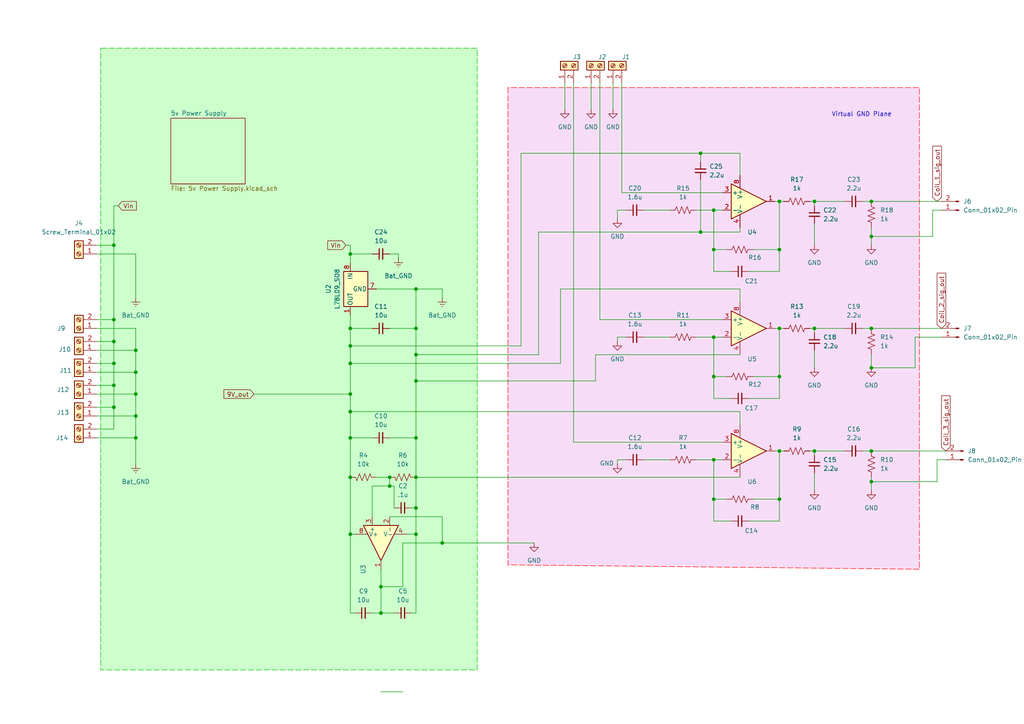
<source format=kicad_sch>
(kicad_sch (version 20250114) (generator "eeschema") (generator_version "9.0")
  (paper "A4")
  (lib_symbols
    (symbol "Connector:Conn_01x02_Pin" (pin_names (offset 1.016) (hide yes))
      (property "Reference" "J" (at 0 2.54 0))
      (property "Value" "Conn_01x02_Pin" (at 0 -5.08 0))
      (symbol "Conn_01x02_Pin_1_1"
        (rectangle (start 0.8636 0.127) (end 0 -0.127) (stroke (width 0.1524)) (fill (type outline)))
        (rectangle (start 0.8636 -2.413) (end 0 -2.667) (stroke (width 0.1524)) (fill (type outline)))
        (polyline (pts (xy 1.27 0) (xy 0.8636 0)) (stroke (width 0.1524)))
        (polyline (pts (xy 1.27 -2.54) (xy 0.8636 -2.54)) (stroke (width 0.1524)))
        (pin passive line (at 5.08 0 180) (length 3.81) (name "Pin_1") (number "1"))
        (pin passive line (at 5.08 -2.54 180) (length 3.81) (name "Pin_2") (number "2"))
      )
    )
    (symbol "Connector:Screw_Terminal_01x02" (pin_names (offset 1.016) (hide yes))
      (property "Reference" "J" (at 0 2.54 0))
      (property "Value" "Screw_Terminal_01x02" (at 0 -5.08 0))
      (symbol "Screw_Terminal_01x02_1_1"
        (rectangle (start -1.27 1.27) (end 1.27 -3.81) (stroke (width 0.254)) (fill (type background)))
        (polyline (pts (xy -0.5334 0.3302) (xy 0.3302 -0.508)) (stroke (width 0.1524)))
        (polyline (pts (xy -0.5334 -2.2098) (xy 0.3302 -3.048)) (stroke (width 0.1524)))
        (polyline (pts (xy -0.3556 0.508) (xy 0.508 -0.3302)) (stroke (width 0.1524)))
        (polyline (pts (xy -0.3556 -2.032) (xy 0.508 -2.8702)) (stroke (width 0.1524)))
        (circle (center 0 0) (radius 0.635) (stroke (width 0.1524)))
        (circle (center 0 -2.54) (radius 0.635) (stroke (width 0.1524)))
        (pin passive line (at -5.08 0 0) (length 3.81) (name "Pin_1") (number "1"))
        (pin passive line (at -5.08 -2.54 0) (length 3.81) (name "Pin_2") (number "2"))
      )
    )
    (symbol "Device:C_Small" (pin_numbers (hide yes)) (pin_names (offset 0.254) (hide yes))
      (property "Reference" "C" (at 0.254 1.778 0))
      (property "Value" "C_Small" (at 0.254 -2.032 0))
      (symbol "C_Small_0_1"
        (polyline (pts (xy -1.524 0.508) (xy 1.524 0.508)) (stroke (width 0.3048)))
        (polyline (pts (xy -1.524 -0.508) (xy 1.524 -0.508)) (stroke (width 0.3302)))
      )
      (symbol "C_Small_1_1"
        (pin passive line (at 0 2.54 270) (length 2.032) (name "~") (number "1"))
        (pin passive line (at 0 -2.54 90) (length 2.032) (name "~") (number "2"))
      )
    )
    (symbol "Device:R_US" (pin_numbers (hide yes)) (pin_names (offset 0))
      (property "Reference" "R" (at 2.54 0 90))
      (property "Value" "R_US" (at -2.54 0 90))
      (symbol "R_US_0_1"
        (polyline (pts (xy 0 2.286) (xy 0 2.54)))
        (polyline (pts (xy 0 2.286) (xy 1.016 1.905) (xy 0 1.524) (xy -1.016 1.143) (xy 0 0.762)))
        (polyline (pts (xy 0 0.762) (xy 1.016 0.381) (xy 0 0) (xy -1.016 -0.381) (xy 0 -0.762)))
        (polyline (pts (xy 0 -0.762) (xy 1.016 -1.143) (xy 0 -1.524) (xy -1.016 -1.905) (xy 0 -2.286)))
        (polyline (pts (xy 0 -2.286) (xy 0 -2.54)))
      )
      (symbol "R_US_1_1"
        (pin passive line (at 0 3.81 270) (length 1.27) (name "~") (number "1"))
        (pin passive line (at 0 -3.81 90) (length 1.27) (name "~") (number "2"))
      )
    )
    (symbol "OPAMP_1" (pin_names (offset 0.254))
      (property "Reference" "U3" (at 7.62 5.1502 0))
      (property "Value" "${SIM.PARAMS}" (at 7.62 3.2451 0))
      (symbol "OPAMP_1_0_1"
        (polyline (pts (xy 5.08 0) (xy -5.08 5.08) (xy -5.08 -5.08) (xy 5.08 0)) (stroke (width 0.254)) (fill (type background)))
      )
      (symbol "OPAMP_1_1_1"
        (pin input line (at -7.62 2.54 0) (length 2.54) (name "+") (number "3"))
        (pin input line (at -7.62 -2.54 0) (length 2.54) (name "-") (number "2"))
        (pin power_in line (at -2.54 7.62 270) (length 3.81) (name "V+") (number "8"))
        (pin power_in line (at -2.54 -7.62 90) (length 3.81) (name "V-") (number "4"))
        (pin output line (at 7.62 0 180) (length 2.54) (name "~") (number "1"))
      )
    )
    (symbol "Regulator_Linear:L78L09_SO8" (pin_names (offset 0.254))
      (property "Reference" "U" (at -3.81 3.175 0))
      (property "Value" "L78L09_SO8" (at 0 3.175 0))
      (symbol "L78L09_SO8_0_1"
        (rectangle (start -5.08 1.905) (end 5.08 -5.08) (stroke (width 0.254)) (fill (type background)))
      )
      (symbol "L78L09_SO8_1_1"
        (pin power_in line (at -7.62 0 0) (length 2.54) (name "IN") (number "8"))
        (pin no_connect line (at -5.08 -2.54 0) (length 2.54) (hide yes) (name "NC") (number "4"))
        (pin passive line (at 0 -7.62 90) (length 2.54) (hide yes) (name "GND") (number "2"))
        (pin passive line (at 0 -7.62 90) (length 2.54) (hide yes) (name "GND") (number "3"))
        (pin passive line (at 0 -7.62 90) (length 2.54) (hide yes) (name "GND") (number "6"))
        (pin power_in line (at 0 -7.62 90) (length 2.54) (name "GND") (number "7"))
        (pin no_connect line (at 5.08 -2.54 180) (length 2.54) (hide yes) (name "NC") (number "5"))
        (pin power_out line (at 7.62 0 180) (length 2.54) (name "OUT") (number "1"))
      )
    )
    (symbol "power:GND" (power) (pin_numbers (hide yes)) (pin_names (offset 0) (hide yes))
      (property "Value" "GND" (at 0 -3.81 0))
      (symbol "GND_0_1"
        (polyline (pts (xy 0 0) (xy 0 -1.27) (xy 1.27 -1.27) (xy 0 -2.54) (xy -1.27 -1.27) (xy 0 -1.27)))
      )
      (symbol "GND_1_1"
        (pin power_in line (at 0 0 270) (length 0) (name "~") (number "1"))
      )
    )
    (symbol "power:GNDREF" (power) (pin_numbers (hide yes)) (pin_names (offset 0) (hide yes))
      (property "Value" "GNDREF" (at 0 -3.81 0))
      (symbol "GNDREF_0_1"
        (polyline (pts (xy -0.635 -1.905) (xy 0.635 -1.905)))
        (polyline (pts (xy -0.127 -2.54) (xy 0.127 -2.54)))
        (polyline (pts (xy 0 -1.27) (xy 0 0)))
        (polyline (pts (xy 1.27 -1.27) (xy -1.27 -1.27)))
      )
      (symbol "GNDREF_1_1"
        (pin power_in line (at 0 0 270) (length 0) (name "~") (number "1"))
      )
    )
  )
  (text "Virtual GND Plane" (at 249.936 33.274 0) (effects (font (size 1.27 1.27))))
  (junction (at 101.6 138.43))
  (junction (at 120.65 95.25))
  (junction (at 33.02 99.06))
  (junction (at 120.65 110.49))
  (junction (at 39.37 107.95))
  (junction (at 207.01 60.96))
  (junction (at 226.06 144.78))
  (junction (at 33.02 92.71))
  (junction (at 101.6 105.41))
  (junction (at 252.73 130.81))
  (junction (at 113.03 138.43))
  (junction (at 236.22 130.81))
  (junction (at 101.6 100.33))
  (junction (at 120.65 147.32))
  (junction (at 252.73 68.58))
  (junction (at 120.65 154.94))
  (junction (at 39.37 114.3))
  (junction (at 110.49 170.18))
  (junction (at 113.03 140.97))
  (junction (at 207.01 144.78))
  (junction (at 101.6 119.38))
  (junction (at 207.01 133.35))
  (junction (at 252.73 106.68))
  (junction (at 128.27 157.48))
  (junction (at 252.73 58.42))
  (junction (at 203.2 67.31))
  (junction (at 207.01 72.39))
  (junction (at 120.65 83.82))
  (junction (at 101.6 127))
  (junction (at 101.6 73.66))
  (junction (at 203.2 44.45))
  (junction (at 207.01 97.79))
  (junction (at 226.06 58.42))
  (junction (at 39.37 127))
  (junction (at 207.01 109.22))
  (junction (at 33.02 71.12))
  (junction (at 252.73 139.7))
  (junction (at 226.06 95.25))
  (junction (at 110.49 177.8))
  (junction (at 33.02 111.76))
  (junction (at 236.22 58.42))
  (junction (at 101.6 114.3))
  (junction (at 33.02 105.41))
  (junction (at 101.6 154.94))
  (junction (at 33.02 118.11))
  (junction (at 120.65 102.87))
  (junction (at 101.6 95.25))
  (junction (at 252.73 95.25))
  (junction (at 226.06 72.39))
  (junction (at 226.06 130.81))
  (junction (at 120.65 138.43))
  (junction (at 39.37 120.65))
  (junction (at 39.37 101.6))
  (junction (at 236.22 95.25))
  (junction (at 120.65 127))
  (junction (at 226.06 109.22))
  (wire (pts (xy 186.69 133.35) (xy 194.31 133.35)))
  (wire (pts (xy 207.01 78.74) (xy 212.09 78.74)))
  (wire (pts (xy 120.65 127) (xy 120.65 138.43)))
  (wire (pts (xy 252.73 138.43) (xy 252.73 139.7)))
  (wire (pts (xy 252.73 139.7) (xy 252.73 142.24)))
  (wire (pts (xy 27.94 105.41) (xy 33.02 105.41)))
  (wire (pts (xy 120.65 110.49) (xy 120.65 127)))
  (wire (pts (xy 218.44 144.78) (xy 226.06 144.78)))
  (wire (pts (xy 186.69 60.96) (xy 194.31 60.96)))
  (wire (pts (xy 151.13 44.45) (xy 151.13 100.33)))
  (wire (pts (xy 101.6 95.25) (xy 107.95 95.25)))
  (wire (pts (xy 27.94 99.06) (xy 33.02 99.06)))
  (wire (pts (xy 39.37 95.25) (xy 39.37 101.6)))
  (wire (pts (xy 250.19 130.81) (xy 252.73 130.81)))
  (wire (pts (xy 173.99 24.13) (xy 173.99 92.71)))
  (wire (pts (xy 207.01 72.39) (xy 210.82 72.39)))
  (wire (pts (xy 116.84 157.48) (xy 128.27 157.48)))
  (wire (pts (xy 236.22 58.42) (xy 245.11 58.42)))
  (wire (pts (xy 203.2 67.31) (xy 156.21 67.31)))
  (wire (pts (xy 107.95 177.8) (xy 110.49 177.8)))
  (wire (pts (xy 172.72 110.49) (xy 120.65 110.49)))
  (wire (pts (xy 203.2 44.45) (xy 203.2 46.99)))
  (wire (pts (xy 101.6 127) (xy 107.95 127)))
  (wire (pts (xy 207.01 97.79) (xy 207.01 109.22)))
  (wire (pts (xy 271.78 133.35) (xy 274.32 133.35)))
  (wire (pts (xy 214.63 67.31) (xy 203.2 67.31)))
  (wire (pts (xy 100.33 71.12) (xy 101.6 71.12)))
  (wire (pts (xy 39.37 107.95) (xy 39.37 114.3)))
  (wire (pts (xy 177.8 24.13) (xy 177.8 31.75)))
  (wire (pts (xy 236.22 130.81) (xy 245.11 130.81)))
  (wire (pts (xy 214.63 83.82) (xy 162.56 83.82)))
  (wire (pts (xy 224.79 58.42) (xy 226.06 58.42)))
  (wire (pts (xy 27.94 124.46) (xy 33.02 124.46)))
  (wire (pts (xy 252.73 130.81) (xy 274.32 130.81)))
  (wire (pts (xy 120.65 138.43) (xy 214.63 138.43)))
  (wire (pts (xy 113.03 127) (xy 120.65 127)))
  (wire (pts (xy 120.65 138.43) (xy 120.65 147.32)))
  (wire (pts (xy 234.95 95.25) (xy 236.22 95.25)))
  (wire (pts (xy 109.22 83.82) (xy 120.65 83.82)))
  (wire (pts (xy 120.65 154.94) (xy 118.11 154.94)))
  (wire (pts (xy 226.06 72.39) (xy 226.06 78.74)))
  (wire (pts (xy 101.6 100.33) (xy 151.13 100.33)))
  (wire (pts (xy 39.37 120.65) (xy 39.37 127)))
  (wire (pts (xy 156.21 67.31) (xy 156.21 102.87)))
  (wire (pts (xy 252.73 68.58) (xy 270.51 68.58)))
  (wire (pts (xy 201.93 60.96) (xy 207.01 60.96)))
  (wire (pts (xy 39.37 73.66) (xy 39.37 86.36)))
  (wire (pts (xy 226.06 109.22) (xy 226.06 115.57)))
  (wire (pts (xy 27.94 120.65) (xy 39.37 120.65)))
  (wire (pts (xy 113.03 140.97) (xy 114.3 140.97)))
  (wire (pts (xy 120.65 154.94) (xy 120.65 177.8)))
  (wire (pts (xy 209.55 55.88) (xy 180.34 55.88)))
  (wire (pts (xy 27.94 111.76) (xy 33.02 111.76)))
  (wire (pts (xy 101.6 127) (xy 101.6 138.43)))
  (wire (pts (xy 186.69 97.79) (xy 194.31 97.79)))
  (wire (pts (xy 179.07 133.35) (xy 179.07 134.62)))
  (wire (pts (xy 181.61 133.35) (xy 179.07 133.35)))
  (wire (pts (xy 214.63 44.45) (xy 203.2 44.45)))
  (wire (pts (xy 102.87 177.8) (xy 101.6 177.8)))
  (wire (pts (xy 107.95 73.66) (xy 101.6 73.66)))
  (wire (pts (xy 120.65 147.32) (xy 120.65 154.94)))
  (wire (pts (xy 113.03 140.97) (xy 113.03 138.43)))
  (wire (pts (xy 33.02 59.69) (xy 33.02 71.12)))
  (wire (pts (xy 207.01 133.35) (xy 209.55 133.35)))
  (wire (pts (xy 214.63 50.8) (xy 214.63 44.45)))
  (wire (pts (xy 236.22 64.77) (xy 236.22 71.12)))
  (wire (pts (xy 234.95 130.81) (xy 236.22 130.81)))
  (wire (pts (xy 33.02 124.46) (xy 33.02 118.11)))
  (wire (pts (xy 101.6 119.38) (xy 214.63 119.38)))
  (wire (pts (xy 120.65 83.82) (xy 120.65 95.25)))
  (wire (pts (xy 110.49 165.1) (xy 110.49 170.18)))
  (wire (pts (xy 271.78 139.7) (xy 271.78 133.35)))
  (wire (pts (xy 252.73 66.04) (xy 252.73 68.58)))
  (wire (pts (xy 201.93 133.35) (xy 207.01 133.35)))
  (wire (pts (xy 110.49 200.66) (xy 116.84 200.66)))
  (wire (pts (xy 214.63 123.19) (xy 214.63 119.38)))
  (wire (pts (xy 179.07 97.79) (xy 179.07 99.06)))
  (wire (pts (xy 27.94 73.66) (xy 39.37 73.66)))
  (wire (pts (xy 27.94 71.12) (xy 33.02 71.12)))
  (wire (pts (xy 33.02 71.12) (xy 33.02 92.71)))
  (wire (pts (xy 113.03 73.66) (xy 115.57 73.66)))
  (wire (pts (xy 226.06 144.78) (xy 226.06 151.13)))
  (wire (pts (xy 101.6 91.44) (xy 101.6 95.25)))
  (wire (pts (xy 270.51 60.96) (xy 273.05 60.96)))
  (wire (pts (xy 120.65 102.87) (xy 120.65 110.49)))
  (wire (pts (xy 252.73 58.42) (xy 273.05 58.42)))
  (wire (pts (xy 101.6 154.94) (xy 101.6 177.8)))
  (wire (pts (xy 33.02 92.71) (xy 33.02 99.06)))
  (wire (pts (xy 217.17 115.57) (xy 226.06 115.57)))
  (wire (pts (xy 224.79 130.81) (xy 226.06 130.81)))
  (wire (pts (xy 234.95 58.42) (xy 236.22 58.42)))
  (wire (pts (xy 207.01 144.78) (xy 207.01 151.13)))
  (wire (pts (xy 116.84 170.18) (xy 116.84 157.48)))
  (wire (pts (xy 226.06 58.42) (xy 226.06 72.39)))
  (wire (pts (xy 120.65 83.82) (xy 128.27 83.82)))
  (wire (pts (xy 207.01 151.13) (xy 212.09 151.13)))
  (wire (pts (xy 119.38 147.32) (xy 120.65 147.32)))
  (wire (pts (xy 203.2 44.45) (xy 151.13 44.45)))
  (wire (pts (xy 107.95 140.97) (xy 113.03 140.97)))
  (wire (pts (xy 27.94 92.71) (xy 33.02 92.71)))
  (wire (pts (xy 110.49 177.8) (xy 114.3 177.8)))
  (wire (pts (xy 217.17 78.74) (xy 226.06 78.74)))
  (wire (pts (xy 162.56 83.82) (xy 162.56 105.41)))
  (wire (pts (xy 207.01 115.57) (xy 212.09 115.57)))
  (wire (pts (xy 166.37 128.27) (xy 209.55 128.27)))
  (wire (pts (xy 109.22 138.43) (xy 113.03 138.43)))
  (wire (pts (xy 207.01 72.39) (xy 207.01 78.74)))
  (wire (pts (xy 101.6 119.38) (xy 101.6 127)))
  (wire (pts (xy 110.49 170.18) (xy 110.49 177.8)))
  (wire (pts (xy 265.43 97.79) (xy 265.43 106.68)))
  (wire (pts (xy 252.73 102.87) (xy 252.73 106.68)))
  (wire (pts (xy 252.73 139.7) (xy 271.78 139.7)))
  (wire (pts (xy 101.6 105.41) (xy 101.6 114.3)))
  (wire (pts (xy 171.45 24.13) (xy 171.45 31.75)))
  (wire (pts (xy 39.37 127) (xy 39.37 134.62)))
  (wire (pts (xy 39.37 114.3) (xy 39.37 120.65)))
  (wire (pts (xy 113.03 95.25) (xy 120.65 95.25)))
  (wire (pts (xy 207.01 97.79) (xy 209.55 97.79)))
  (wire (pts (xy 207.01 144.78) (xy 210.82 144.78)))
  (wire (pts (xy 115.57 73.66) (xy 115.57 74.93)))
  (wire (pts (xy 27.94 107.95) (xy 39.37 107.95)))
  (wire (pts (xy 128.27 149.86) (xy 128.27 157.48)))
  (wire (pts (xy 207.01 60.96) (xy 207.01 72.39)))
  (wire (pts (xy 27.94 118.11) (xy 33.02 118.11)))
  (wire (pts (xy 226.06 130.81) (xy 227.33 130.81)))
  (wire (pts (xy 226.06 95.25) (xy 226.06 109.22)))
  (wire (pts (xy 207.01 133.35) (xy 207.01 144.78)))
  (wire (pts (xy 217.17 151.13) (xy 226.06 151.13)))
  (wire (pts (xy 107.95 140.97) (xy 107.95 149.86)))
  (wire (pts (xy 179.07 60.96) (xy 179.07 63.5)))
  (wire (pts (xy 110.49 170.18) (xy 116.84 170.18)))
  (wire (pts (xy 120.65 95.25) (xy 120.65 102.87)))
  (wire (pts (xy 207.01 109.22) (xy 207.01 115.57)))
  (wire (pts (xy 33.02 111.76) (xy 33.02 118.11)))
  (wire (pts (xy 236.22 130.81) (xy 236.22 132.08)))
  (wire (pts (xy 226.06 58.42) (xy 227.33 58.42)))
  (wire (pts (xy 218.44 109.22) (xy 226.06 109.22)))
  (wire (pts (xy 226.06 95.25) (xy 227.33 95.25)))
  (wire (pts (xy 214.63 87.63) (xy 214.63 83.82)))
  (wire (pts (xy 113.03 149.86) (xy 128.27 149.86)))
  (wire (pts (xy 252.73 68.58) (xy 252.73 71.12)))
  (wire (pts (xy 201.93 97.79) (xy 207.01 97.79)))
  (wire (pts (xy 128.27 86.36) (xy 128.27 83.82)))
  (wire (pts (xy 250.19 58.42) (xy 252.73 58.42)))
  (wire (pts (xy 181.61 60.96) (xy 179.07 60.96)))
  (wire (pts (xy 265.43 106.68) (xy 252.73 106.68)))
  (wire (pts (xy 33.02 105.41) (xy 33.02 111.76)))
  (wire (pts (xy 33.02 99.06) (xy 33.02 105.41)))
  (wire (pts (xy 39.37 101.6) (xy 39.37 107.95)))
  (wire (pts (xy 207.01 60.96) (xy 209.55 60.96)))
  (wire (pts (xy 173.99 92.71) (xy 209.55 92.71)))
  (wire (pts (xy 166.37 24.13) (xy 166.37 128.27)))
  (wire (pts (xy 27.94 127) (xy 39.37 127)))
  (wire (pts (xy 250.19 95.25) (xy 252.73 95.25)))
  (wire (pts (xy 101.6 95.25) (xy 101.6 100.33)))
  (wire (pts (xy 252.73 95.25) (xy 273.05 95.25)))
  (wire (pts (xy 236.22 137.16) (xy 236.22 142.24)))
  (wire (pts (xy 236.22 95.25) (xy 236.22 96.52)))
  (wire (pts (xy 27.94 95.25) (xy 39.37 95.25)))
  (wire (pts (xy 224.79 95.25) (xy 226.06 95.25)))
  (wire (pts (xy 163.83 24.13) (xy 163.83 31.75)))
  (wire (pts (xy 101.6 71.12) (xy 101.6 73.66)))
  (wire (pts (xy 101.6 138.43) (xy 101.6 154.94)))
  (wire (pts (xy 128.27 157.48) (xy 154.94 157.48)))
  (wire (pts (xy 236.22 58.42) (xy 236.22 59.69)))
  (wire (pts (xy 73.66 114.3) (xy 101.6 114.3)))
  (wire (pts (xy 207.01 109.22) (xy 210.82 109.22)))
  (wire (pts (xy 172.72 102.87) (xy 172.72 110.49)))
  (wire (pts (xy 180.34 24.13) (xy 180.34 55.88)))
  (wire (pts (xy 27.94 114.3) (xy 39.37 114.3)))
  (wire (pts (xy 214.63 102.87) (xy 172.72 102.87)))
  (wire (pts (xy 119.38 177.8) (xy 120.65 177.8)))
  (wire (pts (xy 27.94 101.6) (xy 39.37 101.6)))
  (wire (pts (xy 156.21 102.87) (xy 120.65 102.87)))
  (wire (pts (xy 181.61 97.79) (xy 179.07 97.79)))
  (wire (pts (xy 203.2 52.07) (xy 203.2 67.31)))
  (wire (pts (xy 101.6 114.3) (xy 101.6 119.38)))
  (wire (pts (xy 214.63 66.04) (xy 214.63 67.31)))
  (wire (pts (xy 270.51 68.58) (xy 270.51 60.96)))
  (wire (pts (xy 226.06 130.81) (xy 226.06 144.78)))
  (wire (pts (xy 236.22 95.25) (xy 245.11 95.25)))
  (wire (pts (xy 34.29 59.69) (xy 33.02 59.69)))
  (wire (pts (xy 101.6 73.66) (xy 101.6 76.2)))
  (wire (pts (xy 102.87 154.94) (xy 101.6 154.94)))
  (wire (pts (xy 218.44 72.39) (xy 226.06 72.39)))
  (wire (pts (xy 114.3 140.97) (xy 114.3 147.32)))
  (wire (pts (xy 101.6 105.41) (xy 162.56 105.41)))
  (wire (pts (xy 236.22 101.6) (xy 236.22 106.68)))
  (wire (pts (xy 273.05 97.79) (xy 265.43 97.79)))
  (wire (pts (xy 101.6 100.33) (xy 101.6 105.41)))
  (global_label "Coil_3_sig_out" (shape input) (at 274.32 130.81 90) (property "Intersheetrefs" "${INTERSHEET_REFS}" (effects (hide yes))))
  (global_label "Coil_2_sig_out" (shape input) (at 273.05 95.25 90) (property "Intersheetrefs" "${INTERSHEET_REFS}" (effects (hide yes))))
  (global_label "Coil_1_sig_out" (shape input) (at 271.78 58.42 90) (property "Intersheetrefs" "${INTERSHEET_REFS}" (effects (hide yes))))
  (global_label "Vin" (shape input) (at 100.33 71.12 180) (property "Intersheetrefs" "${INTERSHEET_REFS}" (effects (hide yes))))
  (global_label "Vin" (shape input) (at 34.29 59.69 0) (property "Intersheetrefs" "${INTERSHEET_REFS}" (effects (hide yes))))
  (global_label "9V_out" (shape input) (at 73.66 114.3 180) (property "Intersheetrefs" "${INTERSHEET_REFS}" (effects (hide yes))))
  (rule_area (polyline (pts (xy 147.32 25.4) (xy 147.32 163.83) (xy 266.7 165.1) (xy 266.7 25.4) (xy 266.7 25.4)) (stroke (width 0) (type dash)) (fill (type color) (color 194 0 194 0.14))))
  (rule_area (polyline (pts (xy 29.21 13.97) (xy 138.43 13.97) (xy 138.43 194.31) (xy 29.21 194.31) (xy 29.21 190.5)) (stroke (width 0) (type dash) (color 0 194 0 1)) (fill (type color) (color 0 255 0 0.2))))
  (symbol (lib_id "Device:R_US") (at 231.14 58.42 90) (unit 1)
    (property "Reference" "R17" (at 231.14 52.07 90))
    (property "Value" "1k" (at 231.14 54.61 90))
    (property "Footprint" "Resistor_SMD:R_0805_2012Metric_Pad1.20x1.40mm_HandSolder" (effects (hide yes)))
    (property "Description" "Resistor, US symbol" (effects (hide yes)))
  )
  (symbol (lib_id "Device:C_Small") (at 236.22 134.62 0) (unit 1)
    (property "Reference" "C15" (at 238.76 133.3562 0) (effects (justify left)))
    (property "Value" "2.2u" (at 238.76 135.8962 0) (effects (justify left)))
    (property "Footprint" "Capacitor_SMD:C_0805_2012Metric_Pad1.18x1.45mm_HandSolder" (effects (hide yes)))
    (property "Description" "Unpolarized capacitor, small symbol" (effects (hide yes)))
  )
  (symbol (lib_id "power:GND") (at 252.73 142.24 0) (unit 1)
    (property "Reference" "#PWR011" (effects (hide yes)))
    (property "Value" "GND" (at 252.73 147.32 0))
    (property "Description" "Power symbol creates a global label with name \"GND\" , ground" (effects (hide yes)))
  )
  (symbol (lib_id "Device:C_Small") (at 247.65 130.81 90) (unit 1)
    (property "Reference" "C16" (at 247.6563 124.46 90))
    (property "Value" "2.2u" (at 247.6563 127 90))
    (property "Footprint" "Capacitor_SMD:C_0805_2012Metric_Pad1.18x1.45mm_HandSolder" (effects (hide yes)))
    (property "Description" "Unpolarized capacitor, small symbol" (effects (hide yes)))
  )
  (symbol (lib_id "Connector:Screw_Terminal_01x02") (at 22.86 107.95 180) (unit 1)
    (property "Reference" "J11" (at 19.05 107.442 0))
    (property "Value" "Screw_Terminal_01x02" (effects (hide yes)))
    (property "Footprint" "Connector_PinHeader_2.00mm:2_Pin_Screw_Term" (effects (hide yes)))
    (property "Description" "Generic screw terminal, single row, 01x02, script generated (kicad-library-utils/schlib/autogen/connector/)" (effects (hide yes)))
  )
  (symbol (lib_id "power:GND") (at 179.07 63.5 0) (unit 1)
    (property "Reference" "#PWR05" (effects (hide yes)))
    (property "Value" "GND" (at 179.07 68.58 0))
    (property "Description" "Power symbol creates a global label with name \"GND\" , ground" (effects (hide yes)))
  )
  (symbol (lib_id "Connector:Screw_Terminal_01x02") (at 177.8 19.05 90) (unit 1)
    (property "Reference" "J1" (at 180.34 16.51 90) (effects (justify right)))
    (property "Value" "Screw_Terminal_01x02" (effects (hide yes)))
    (property "Footprint" "Connector_PinHeader_2.00mm:2_Pin_Screw_Term" (effects (hide yes)))
    (property "Description" "Generic screw terminal, single row, 01x02, script generated (kicad-library-utils/schlib/autogen/connector/)" (effects (hide yes)))
  )
  (symbol (lib_id "power:GND") (at 236.22 106.68 0) (unit 1)
    (property "Reference" "#PWR08" (effects (hide yes)))
    (property "Value" "GND" (at 236.22 111.76 0))
    (property "Description" "Power symbol creates a global label with name \"GND\" , ground" (effects (hide yes)))
  )
  (symbol (lib_id "Device:R_US") (at 252.73 99.06 180) (unit 1)
    (property "Reference" "R14" (at 255.27 97.7899 0) (effects (justify right)))
    (property "Value" "1k" (at 255.27 100.3299 0) (effects (justify right)))
    (property "Footprint" "Resistor_SMD:R_0805_2012Metric_Pad1.20x1.40mm_HandSolder" (effects (hide yes)))
    (property "Description" "Resistor, US symbol" (effects (hide yes)))
  )
  (symbol (lib_name "OPAMP_1") (lib_id "Simulation_SPICE:OPAMP") (at 217.17 58.42 0) (unit 1)
    (property "Reference" "U4" (at 216.7733 67.31 0) (effects (justify left)))
    (property "Value" "${SIM.PARAMS}" (at 216.7733 64.77 0) (effects (justify left)))
    (property "Footprint" "Package_SO:TL072ACP" (effects (hide yes)))
    (property "Datasheet" "https://ngspice.sourceforge.io/docs/ngspice-html-manual/manual.xhtml#sec__SUBCKT_Subcircuits" (effects (hide yes)))
    (property "Description" "Operational amplifier, single" (effects (hide yes)))
    (property "Sim.Pins" "1=in+ 2=in- 3=vcc 4=vee 5=out" (effects (hide yes)))
    (property "Sim.Device" "SUBCKT" (effects (hide yes)))
    (property "Sim.Library" "${KICAD8_SYMBOL_DIR}/Simulation_SPICE.sp" (effects (hide yes)))
    (property "Sim.Name" "kicad_builtin_opamp" (effects (hide yes)))
  )
  (symbol (lib_name "OPAMP_1") (lib_id "Simulation_SPICE:OPAMP") (at 217.17 95.25 0) (unit 1)
    (property "Reference" "U5" (at 216.7733 104.14 0) (effects (justify left)))
    (property "Value" "${SIM.PARAMS}" (at 216.7733 101.6 0) (effects (justify left)))
    (property "Footprint" "Package_SO:TL072ACP" (effects (hide yes)))
    (property "Datasheet" "https://ngspice.sourceforge.io/docs/ngspice-html-manual/manual.xhtml#sec__SUBCKT_Subcircuits" (effects (hide yes)))
    (property "Description" "Operational amplifier, single" (effects (hide yes)))
    (property "Sim.Pins" "1=in+ 2=in- 3=vcc 4=vee 5=out" (effects (hide yes)))
    (property "Sim.Device" "SUBCKT" (effects (hide yes)))
    (property "Sim.Library" "${KICAD8_SYMBOL_DIR}/Simulation_SPICE.sp" (effects (hide yes)))
    (property "Sim.Name" "kicad_builtin_opamp" (effects (hide yes)))
  )
  (symbol (lib_id "Device:R_US") (at 198.12 60.96 90) (unit 1)
    (property "Reference" "R15" (at 198.12 54.61 90))
    (property "Value" "1k" (at 198.12 57.15 90))
    (property "Footprint" "Resistor_SMD:R_0805_2012Metric_Pad1.20x1.40mm_HandSolder" (effects (hide yes)))
    (property "Description" "Resistor, US symbol" (effects (hide yes)))
  )
  (symbol (lib_name "OPAMP_1") (lib_id "Simulation_SPICE:OPAMP") (at 217.17 130.81 0) (unit 1)
    (property "Reference" "U6" (at 216.7733 139.7 0) (effects (justify left)))
    (property "Value" "${SIM.PARAMS}" (at 216.7733 137.16 0) (effects (justify left)))
    (property "Footprint" "Package_SO:TL072ACP" (effects (hide yes)))
    (property "Datasheet" "https://ngspice.sourceforge.io/docs/ngspice-html-manual/manual.xhtml#sec__SUBCKT_Subcircuits" (effects (hide yes)))
    (property "Description" "Operational amplifier, single" (effects (hide yes)))
    (property "Sim.Pins" "1=in+ 2=in- 3=vcc 4=vee 5=out" (effects (hide yes)))
    (property "Sim.Device" "SUBCKT" (effects (hide yes)))
    (property "Sim.Library" "${KICAD8_SYMBOL_DIR}/Simulation_SPICE.sp" (effects (hide yes)))
    (property "Sim.Name" "kicad_builtin_opamp" (effects (hide yes)))
  )
  (symbol (lib_id "Connector:Screw_Terminal_01x02") (at 22.86 95.25 180) (unit 1)
    (property "Reference" "J9" (at 17.78 95.25 0))
    (property "Value" "Screw_Terminal_01x02" (effects (hide yes)))
    (property "Footprint" "Connector_PinHeader_2.00mm:2_Pin_Screw_Term" (effects (hide yes)))
    (property "Description" "Generic screw terminal, single row, 01x02, script generated (kicad-library-utils/schlib/autogen/connector/)" (effects (hide yes)))
  )
  (symbol (lib_id "Device:R_US") (at 252.73 134.62 180) (unit 1)
    (property "Reference" "R10" (at 255.27 133.3499 0) (effects (justify right)))
    (property "Value" "1k" (at 255.27 135.8899 0) (effects (justify right)))
    (property "Footprint" "Resistor_SMD:R_0805_2012Metric_Pad1.20x1.40mm_HandSolder" (effects (hide yes)))
    (property "Description" "Resistor, US symbol" (effects (hide yes)))
  )
  (symbol (lib_id "Device:R_US") (at 198.12 133.35 90) (unit 1)
    (property "Reference" "R7" (at 198.12 127 90))
    (property "Value" "1k" (at 198.12 129.54 90))
    (property "Footprint" "Resistor_SMD:R_0805_2012Metric_Pad1.20x1.40mm_HandSolder" (effects (hide yes)))
    (property "Description" "Resistor, US symbol" (effects (hide yes)))
  )
  (symbol (lib_id "Connector:Screw_Terminal_01x02") (at 163.83 19.05 90) (unit 1)
    (property "Reference" "J3" (at 166.116 16.51 90) (effects (justify right)))
    (property "Value" "Screw_Terminal_01x02" (effects (hide yes)))
    (property "Footprint" "Connector_PinHeader_2.00mm:2_Pin_Screw_Term" (effects (hide yes)))
    (property "Description" "Generic screw terminal, single row, 01x02, script generated (kicad-library-utils/schlib/autogen/connector/)" (effects (hide yes)))
  )
  (symbol (lib_id "power:GND") (at 171.45 31.75 0) (unit 1)
    (property "Reference" "#PWR015" (effects (hide yes)))
    (property "Value" "GND" (at 171.45 36.83 0))
    (property "Description" "Power symbol creates a global label with name \"GND\" , ground" (effects (hide yes)))
  )
  (symbol (lib_id "Device:C_Small") (at 110.49 73.66 90) (mirror x) (unit 1)
    (property "Reference" "C24" (at 110.4963 67.31 90))
    (property "Value" "10u" (at 110.4963 69.85 90))
    (property "Footprint" "Capacitor_SMD:C_0805_2012Metric_Pad1.18x1.45mm_HandSolder" (effects (hide yes)))
    (property "Description" "Unpolarized capacitor, small symbol" (effects (hide yes)))
  )
  (symbol (lib_id "Connector:Screw_Terminal_01x02") (at 171.45 19.05 90) (unit 1)
    (property "Reference" "J2" (at 173.482 16.51 90) (effects (justify right)))
    (property "Value" "Screw_Terminal_01x02" (effects (hide yes)))
    (property "Footprint" "Connector_PinHeader_2.00mm:2_Pin_Screw_Term" (effects (hide yes)))
    (property "Description" "Generic screw terminal, single row, 01x02, script generated (kicad-library-utils/schlib/autogen/connector/)" (effects (hide yes)))
  )
  (symbol (lib_id "Device:C_Small") (at 116.84 147.32 90) (mirror x) (unit 1)
    (property "Reference" "C2" (at 116.8463 140.97 90))
    (property "Value" ".1u" (at 116.8463 143.51 90))
    (property "Footprint" "Capacitor_SMD:C_0805_2012Metric_Pad1.18x1.45mm_HandSolder" (effects (hide yes)))
    (property "Description" "Unpolarized capacitor, small symbol" (effects (hide yes)))
  )
  (symbol (lib_id "Device:R_US") (at 231.14 130.81 90) (unit 1)
    (property "Reference" "R9" (at 231.14 124.46 90))
    (property "Value" "1k" (at 231.14 127 90))
    (property "Footprint" "Resistor_SMD:R_0805_2012Metric_Pad1.20x1.40mm_HandSolder" (effects (hide yes)))
    (property "Description" "Resistor, US symbol" (effects (hide yes)))
  )
  (symbol (lib_id "Connector:Conn_01x02_Pin") (at 278.13 97.79 180) (unit 1)
    (property "Reference" "J7" (at 279.4 95.2499 0) (effects (justify right)))
    (property "Value" "Conn_01x02_Pin" (at 279.4 97.7899 0) (effects (justify right)))
    (property "Footprint" "Connector_Wire:SolderWire-0.5sqmm_1x02_P4.6mm_D0.9mm_OD2.1mm" (effects (hide yes)))
    (property "Description" "Generic connector, single row, 01x02, script generated" (effects (hide yes)))
  )
  (symbol (lib_id "Device:C_Small") (at 214.63 115.57 90) (unit 1)
    (property "Reference" "C17" (at 217.932 118.364 90))
    (property "Value" ".1u" (effects (hide yes)))
    (property "Footprint" "Capacitor_SMD:C_0805_2012Metric_Pad1.18x1.45mm_HandSolder" (effects (hide yes)))
    (property "Description" "Unpolarized capacitor, small symbol" (effects (hide yes)))
  )
  (symbol (lib_id "Device:R_US") (at 214.63 144.78 90) (unit 1)
    (property "Reference" "R8" (at 218.948 147.066 90))
    (property "Value" "200k" (effects (hide yes)))
    (property "Footprint" "Resistor_SMD:R_0805_2012Metric_Pad1.20x1.40mm_HandSolder" (effects (hide yes)))
    (property "Description" "Resistor, US symbol" (effects (hide yes)))
  )
  (symbol (lib_id "Connector:Screw_Terminal_01x02") (at 22.86 101.6 180) (unit 1)
    (property "Reference" "J10" (at 18.796 101.346 0))
    (property "Value" "Screw_Terminal_01x02" (effects (hide yes)))
    (property "Footprint" "Connector_PinHeader_2.00mm:2_Pin_Screw_Term" (effects (hide yes)))
    (property "Description" "Generic screw terminal, single row, 01x02, script generated (kicad-library-utils/schlib/autogen/connector/)" (effects (hide yes)))
  )
  (symbol (lib_id "Device:R_US") (at 105.41 138.43 90) (mirror x) (unit 1)
    (property "Reference" "R4" (at 105.41 132.08 90))
    (property "Value" "10k" (at 105.41 134.62 90))
    (property "Footprint" "Resistor_SMD:R_0805_2012Metric_Pad1.20x1.40mm_HandSolder" (effects (hide yes)))
    (property "Description" "Resistor, US symbol" (effects (hide yes)))
  )
  (symbol (lib_id "Device:C_Small") (at 110.49 95.25 90) (mirror x) (unit 1)
    (property "Reference" "C11" (at 110.4963 88.9 90))
    (property "Value" "10u" (at 110.4963 91.44 90))
    (property "Footprint" "Capacitor_SMD:C_0805_2012Metric_Pad1.18x1.45mm_HandSolder" (effects (hide yes)))
    (property "Description" "Unpolarized capacitor, small symbol" (effects (hide yes)))
  )
  (symbol (lib_id "power:GND") (at 236.22 142.24 0) (unit 1)
    (property "Reference" "#PWR010" (effects (hide yes)))
    (property "Value" "GND" (at 236.22 147.32 0))
    (property "Description" "Power symbol creates a global label with name \"GND\" , ground" (effects (hide yes)))
  )
  (symbol (lib_name "OPAMP_1") (lib_id "Simulation_SPICE:OPAMP") (at 110.49 157.48 90) (mirror x) (unit 1)
    (property "Reference" "U3" (at 105.3398 165.1 0))
    (property "Value" "${SIM.PARAMS}" (at 107.2449 165.1 0))
    (property "Footprint" "Package_SO:TL072ACP" (effects (hide yes)))
    (property "Datasheet" "https://ngspice.sourceforge.io/docs/ngspice-html-manual/manual.xhtml#sec__SUBCKT_Subcircuits" (effects (hide yes)))
    (property "Description" "Operational amplifier, single" (effects (hide yes)))
    (property "Sim.Pins" "1=in+ 2=in- 3=vcc 4=vee 5=out" (effects (hide yes)))
    (property "Sim.Device" "SUBCKT" (effects (hide yes)))
    (property "Sim.Library" "${KICAD8_SYMBOL_DIR}/Simulation_SPICE.sp" (effects (hide yes)))
    (property "Sim.Name" "kicad_builtin_opamp" (effects (hide yes)))
  )
  (symbol (lib_id "Device:R_US") (at 252.73 62.23 180) (unit 1)
    (property "Reference" "R18" (at 255.27 60.9599 0) (effects (justify right)))
    (property "Value" "1k" (at 255.27 63.4999 0) (effects (justify right)))
    (property "Footprint" "Resistor_SMD:R_0805_2012Metric_Pad1.20x1.40mm_HandSolder" (effects (hide yes)))
    (property "Description" "Resistor, US symbol" (effects (hide yes)))
  )
  (symbol (lib_id "power:GND") (at 177.8 31.75 0) (unit 1)
    (property "Reference" "#PWR014" (effects (hide yes)))
    (property "Value" "GND" (at 177.8 36.83 0))
    (property "Description" "Power symbol creates a global label with name \"GND\" , ground" (effects (hide yes)))
  )
  (symbol (lib_id "Device:C_Small") (at 105.41 177.8 90) (mirror x) (unit 1)
    (property "Reference" "C9" (at 105.4163 171.45 90))
    (property "Value" "10u" (at 105.4163 173.99 90))
    (property "Footprint" "Capacitor_SMD:C_0805_2012Metric_Pad1.18x1.45mm_HandSolder" (effects (hide yes)))
    (property "Description" "Unpolarized capacitor, small symbol" (effects (hide yes)))
  )
  (symbol (lib_id "power:GND") (at 236.22 71.12 0) (unit 1)
    (property "Reference" "#PWR04" (effects (hide yes)))
    (property "Value" "GND" (at 236.22 76.2 0))
    (property "Description" "Power symbol creates a global label with name \"GND\" , ground" (effects (hide yes)))
  )
  (symbol (lib_id "Device:C_Small") (at 236.22 62.23 0) (unit 1)
    (property "Reference" "C22" (at 238.76 60.9662 0) (effects (justify left)))
    (property "Value" "2.2u" (at 238.76 63.5062 0) (effects (justify left)))
    (property "Footprint" "Capacitor_SMD:C_0805_2012Metric_Pad1.18x1.45mm_HandSolder" (effects (hide yes)))
    (property "Description" "Unpolarized capacitor, small symbol" (effects (hide yes)))
  )
  (symbol (lib_id "Connector:Screw_Terminal_01x02") (at 22.86 114.3 180) (unit 1)
    (property "Reference" "J12" (at 18.288 113.03 0))
    (property "Value" "Screw_Terminal_01x02" (effects (hide yes)))
    (property "Footprint" "Connector_PinHeader_2.00mm:2_Pin_Screw_Term" (effects (hide yes)))
    (property "Description" "Generic screw terminal, single row, 01x02, script generated (kicad-library-utils/schlib/autogen/connector/)" (effects (hide yes)))
  )
  (symbol (lib_id "power:GND") (at 252.73 106.68 0) (unit 1)
    (property "Reference" "#PWR09" (effects (hide yes)))
    (property "Value" "GND" (at 252.73 111.76 0))
    (property "Description" "Power symbol creates a global label with name \"GND\" , ground" (effects (hide yes)))
  )
  (symbol (lib_id "Device:C_Small") (at 184.15 133.35 90) (unit 1)
    (property "Reference" "C12" (at 184.1563 127 90))
    (property "Value" "1.6u" (at 184.1563 129.54 90))
    (property "Footprint" "Capacitor_SMD:C_0805_2012Metric_Pad1.18x1.45mm_HandSolder" (effects (hide yes)))
    (property "Description" "Unpolarized capacitor, small symbol" (effects (hide yes)))
  )
  (symbol (lib_id "power:GNDREF") (at 39.37 134.62 0) (unit 1)
    (property "Reference" "#PWR018" (effects (hide yes)))
    (property "Value" "Bat_GND" (at 39.37 139.7 0))
    (property "Description" "Power symbol creates a global label with name \"GNDREF\" , reference supply ground" (effects (hide yes)))
  )
  (symbol (lib_id "Connector:Screw_Terminal_01x02") (at 22.86 127 180) (unit 1)
    (property "Reference" "J14" (at 18.034 127 0))
    (property "Value" "Screw_Terminal_01x02" (effects (hide yes)))
    (property "Footprint" "Connector_PinHeader_2.00mm:2_Pin_Screw_Term" (effects (hide yes)))
    (property "Description" "Generic screw terminal, single row, 01x02, script generated (kicad-library-utils/schlib/autogen/connector/)" (effects (hide yes)))
  )
  (symbol (lib_id "Device:C_Small") (at 247.65 95.25 90) (unit 1)
    (property "Reference" "C19" (at 247.6563 88.9 90))
    (property "Value" "2.2u" (at 247.6563 91.44 90))
    (property "Footprint" "Capacitor_SMD:C_0805_2012Metric_Pad1.18x1.45mm_HandSolder" (effects (hide yes)))
    (property "Description" "Unpolarized capacitor, small symbol" (effects (hide yes)))
  )
  (symbol (lib_id "Device:R_US") (at 214.63 109.22 90) (unit 1)
    (property "Reference" "R12" (at 218.948 111.506 90))
    (property "Value" "200k" (effects (hide yes)))
    (property "Footprint" "Resistor_SMD:R_0805_2012Metric_Pad1.20x1.40mm_HandSolder" (effects (hide yes)))
    (property "Description" "Resistor, US symbol" (effects (hide yes)))
  )
  (symbol (lib_id "Regulator_Linear:L78L09_SO8") (at 101.6 83.82 90) (mirror x) (unit 1)
    (property "Reference" "U2" (at 95.25 83.82 0))
    (property "Value" "L78L09_SO8" (at 97.79 83.82 0))
    (property "Footprint" "Package_SO:SOIC-8_3.9x4.9mm_P1.27mm" (effects (hide yes)))
    (property "Datasheet" "http://www.st.com/content/ccc/resource/technical/document/datasheet/15/55/e5/aa/23/5b/43/fd/CD00000446.pdf/files/CD00000446.pdf/jcr:content/translations/en.CD00000446.pdf" (effects (hide yes)))
    (property "Description" "Positive 100mA 30V Linear Regulator, Fixed Output 9V, SO-8" (effects (hide yes)))
  )
  (symbol (lib_id "Device:C_Small") (at 247.65 58.42 90) (unit 1)
    (property "Reference" "C23" (at 247.6563 52.07 90))
    (property "Value" "2.2u" (at 247.6563 54.61 90))
    (property "Footprint" "Capacitor_SMD:C_0805_2012Metric_Pad1.18x1.45mm_HandSolder" (effects (hide yes)))
    (property "Description" "Unpolarized capacitor, small symbol" (effects (hide yes)))
  )
  (symbol (lib_id "Device:C_Small") (at 214.63 78.74 90) (unit 1)
    (property "Reference" "C21" (at 217.932 81.534 90))
    (property "Value" ".1u" (effects (hide yes)))
    (property "Footprint" "Capacitor_SMD:C_0805_2012Metric_Pad1.18x1.45mm_HandSolder" (effects (hide yes)))
    (property "Description" "Unpolarized capacitor, small symbol" (effects (hide yes)))
  )
  (symbol (lib_id "power:GND") (at 252.73 71.12 0) (unit 1)
    (property "Reference" "#PWR03" (effects (hide yes)))
    (property "Value" "GND" (at 252.73 76.2 0))
    (property "Description" "Power symbol creates a global label with name \"GND\" , ground" (effects (hide yes)))
  )
  (symbol (lib_id "Device:R_US") (at 214.63 72.39 90) (unit 1)
    (property "Reference" "R16" (at 218.948 74.676 90))
    (property "Value" "200k" (effects (hide yes)))
    (property "Footprint" "Resistor_SMD:R_0805_2012Metric_Pad1.20x1.40mm_HandSolder" (effects (hide yes)))
    (property "Description" "Resistor, US symbol" (effects (hide yes)))
  )
  (symbol (lib_id "Device:R_US") (at 198.12 97.79 90) (unit 1)
    (property "Reference" "R11" (at 198.12 91.44 90))
    (property "Value" "1k" (at 198.12 93.98 90))
    (property "Footprint" "Resistor_SMD:R_0805_2012Metric_Pad1.20x1.40mm_HandSolder" (effects (hide yes)))
    (property "Description" "Resistor, US symbol" (effects (hide yes)))
  )
  (symbol (lib_id "Device:C_Small") (at 116.84 177.8 90) (mirror x) (unit 1)
    (property "Reference" "C5" (at 116.8463 171.45 90))
    (property "Value" "10u" (at 116.8463 173.99 90))
    (property "Footprint" "Capacitor_SMD:C_0805_2012Metric_Pad1.18x1.45mm_HandSolder" (effects (hide yes)))
    (property "Description" "Unpolarized capacitor, small symbol" (effects (hide yes)))
  )
  (symbol (lib_id "Device:R_US") (at 231.14 95.25 90) (unit 1)
    (property "Reference" "R13" (at 231.14 88.9 90))
    (property "Value" "1k" (at 231.14 91.44 90))
    (property "Footprint" "Resistor_SMD:R_0805_2012Metric_Pad1.20x1.40mm_HandSolder" (effects (hide yes)))
    (property "Description" "Resistor, US symbol" (effects (hide yes)))
  )
  (symbol (lib_id "power:GNDREF") (at 115.57 74.93 0) (unit 1)
    (property "Reference" "#PWR020" (effects (hide yes)))
    (property "Value" "Bat_GND" (at 115.57 80.01 0))
    (property "Description" "Power symbol creates a global label with name \"GNDREF\" , reference supply ground" (effects (hide yes)))
  )
  (symbol (lib_id "Connector:Conn_01x02_Pin") (at 278.13 60.96 180) (unit 1)
    (property "Reference" "J6" (at 279.4 58.4199 0) (effects (justify right)))
    (property "Value" "Conn_01x02_Pin" (at 279.4 60.9599 0) (effects (justify right)))
    (property "Footprint" "Connector_Wire:SolderWire-0.5sqmm_1x02_P4.6mm_D0.9mm_OD2.1mm" (effects (hide yes)))
    (property "Description" "Generic connector, single row, 01x02, script generated" (effects (hide yes)))
  )
  (symbol (lib_id "power:GND") (at 154.94 157.48 0) (unit 1)
    (property "Reference" "#PWR012" (effects (hide yes)))
    (property "Value" "GND" (at 154.94 162.56 0))
    (property "Description" "Power symbol creates a global label with name \"GND\" , ground" (effects (hide yes)))
  )
  (symbol (lib_id "Device:C_Small") (at 214.63 151.13 90) (unit 1)
    (property "Reference" "C14" (at 217.932 153.924 90))
    (property "Value" ".1u" (effects (hide yes)))
    (property "Footprint" "Capacitor_SMD:C_0805_2012Metric_Pad1.18x1.45mm_HandSolder" (effects (hide yes)))
    (property "Description" "Unpolarized capacitor, small symbol" (effects (hide yes)))
  )
  (symbol (lib_id "power:GNDREF") (at 128.27 86.36 0) (unit 1)
    (property "Reference" "#PWR013" (effects (hide yes)))
    (property "Value" "Bat_GND" (at 128.27 91.44 0))
    (property "Description" "Power symbol creates a global label with name \"GNDREF\" , reference supply ground" (effects (hide yes)))
  )
  (symbol (lib_id "power:GND") (at 179.07 99.06 0) (unit 1)
    (property "Reference" "#PWR06" (effects (hide yes)))
    (property "Value" "GND" (at 179.07 104.14 0))
    (property "Description" "Power symbol creates a global label with name \"GND\" , ground" (effects (hide yes)))
  )
  (symbol (lib_id "power:GND") (at 163.83 31.75 0) (unit 1)
    (property "Reference" "#PWR016" (effects (hide yes)))
    (property "Value" "GND" (at 163.83 36.83 0))
    (property "Description" "Power symbol creates a global label with name \"GND\" , ground" (effects (hide yes)))
  )
  (symbol (lib_id "Connector:Screw_Terminal_01x02") (at 22.86 73.66 180) (unit 1)
    (property "Reference" "J4" (at 22.86 64.77 0))
    (property "Value" "Screw_Terminal_01x02" (at 22.86 67.31 0))
    (property "Footprint" "Connector_PinHeader_2.00mm:2_Pin_Screw_Term" (effects (hide yes)))
    (property "Description" "Generic screw terminal, single row, 01x02, script generated (kicad-library-utils/schlib/autogen/connector/)" (effects (hide yes)))
  )
  (symbol (lib_id "Device:C_Small") (at 236.22 99.06 0) (unit 1)
    (property "Reference" "C18" (at 238.76 97.7962 0) (effects (justify left)))
    (property "Value" "2.2u" (at 238.76 100.3362 0) (effects (justify left)))
    (property "Footprint" "Capacitor_SMD:C_0805_2012Metric_Pad1.18x1.45mm_HandSolder" (effects (hide yes)))
    (property "Description" "Unpolarized capacitor, small symbol" (effects (hide yes)))
  )
  (symbol (lib_id "power:GNDREF") (at 39.37 86.36 0) (unit 1)
    (property "Reference" "#PWR017" (effects (hide yes)))
    (property "Value" "Bat_GND" (at 39.37 91.44 0))
    (property "Description" "Power symbol creates a global label with name \"GNDREF\" , reference supply ground" (effects (hide yes)))
  )
  (symbol (lib_id "Connector:Conn_01x02_Pin") (at 279.4 133.35 180) (unit 1)
    (property "Reference" "J8" (at 280.67 130.8099 0) (effects (justify right)))
    (property "Value" "Conn_01x02_Pin" (at 280.67 133.3499 0) (effects (justify right)))
    (property "Footprint" "Connector_Wire:SolderWire-0.5sqmm_1x02_P4.6mm_D0.9mm_OD2.1mm" (effects (hide yes)))
    (property "Description" "Generic connector, single row, 01x02, script generated" (effects (hide yes)))
  )
  (symbol (lib_id "Device:R_US") (at 116.84 138.43 90) (mirror x) (unit 1)
    (property "Reference" "R6" (at 116.84 132.08 90))
    (property "Value" "10k" (at 116.84 134.62 90))
    (property "Footprint" "Resistor_SMD:R_0805_2012Metric_Pad1.20x1.40mm_HandSolder" (effects (hide yes)))
    (property "Description" "Resistor, US symbol" (effects (hide yes)))
  )
  (symbol (lib_id "Device:C_Small") (at 184.15 97.79 90) (unit 1)
    (property "Reference" "C13" (at 184.1563 91.44 90))
    (property "Value" "1.6u" (at 184.1563 93.98 90))
    (property "Footprint" "Capacitor_SMD:C_0805_2012Metric_Pad1.18x1.45mm_HandSolder" (effects (hide yes)))
    (property "Description" "Unpolarized capacitor, small symbol" (effects (hide yes)))
  )
  (symbol (lib_id "power:GND") (at 179.07 134.62 0) (unit 1)
    (property "Reference" "#PWR07" (effects (hide yes)))
    (property "Value" "GND" (at 176.022 134.366 0))
    (property "Description" "Power symbol creates a global label with name \"GND\" , ground" (effects (hide yes)))
  )
  (symbol (lib_id "Device:C_Small") (at 110.49 127 90) (mirror x) (unit 1)
    (property "Reference" "C10" (at 110.4963 120.65 90))
    (property "Value" "10u" (at 110.4963 123.19 90))
    (property "Footprint" "Capacitor_SMD:C_0805_2012Metric_Pad1.18x1.45mm_HandSolder" (effects (hide yes)))
    (property "Description" "Unpolarized capacitor, small symbol" (effects (hide yes)))
  )
  (symbol (lib_id "Device:C_Small") (at 184.15 60.96 90) (unit 1)
    (property "Reference" "C20" (at 184.1563 54.61 90))
    (property "Value" "1.6u" (at 184.1563 57.15 90))
    (property "Footprint" "Capacitor_SMD:C_0805_2012Metric_Pad1.18x1.45mm_HandSolder" (effects (hide yes)))
    (property "Description" "Unpolarized capacitor, small symbol" (effects (hide yes)))
  )
  (symbol (lib_id "Connector:Screw_Terminal_01x02") (at 22.86 120.65 180) (unit 1)
    (property "Reference" "J13" (at 18.288 119.634 0))
    (property "Value" "Screw_Terminal_01x02" (effects (hide yes)))
    (property "Footprint" "Connector_PinHeader_2.00mm:2_Pin_Screw_Term" (effects (hide yes)))
    (property "Description" "Generic screw terminal, single row, 01x02, script generated (kicad-library-utils/schlib/autogen/connector/)" (effects (hide yes)))
  )
  (symbol (lib_id "Device:C_Small") (at 203.2 49.53 0) (unit 1)
    (property "Reference" "C25" (at 205.74 48.2662 0) (effects (justify left)))
    (property "Value" "2.2u" (at 205.74 50.8062 0) (effects (justify left)))
    (property "Footprint" "Capacitor_SMD:C_0805_2012Metric_Pad1.18x1.45mm_HandSolder" (effects (hide yes)))
    (property "Description" "Unpolarized capacitor, small symbol" (effects (hide yes)))
  )
  (sheet (at 49.53 34.29) (size 21.59 19.05) (stroke (width 0.1524))
    (property "Sheetname" "5v Power Supply" (at 49.53 33.5784 0) (effects (justify left bottom)))
    (property "Sheetfile" "5v Power Supply.kicad_sch" (at 49.53 53.9246 0) (effects (justify left top)))
  )
)
</source>
